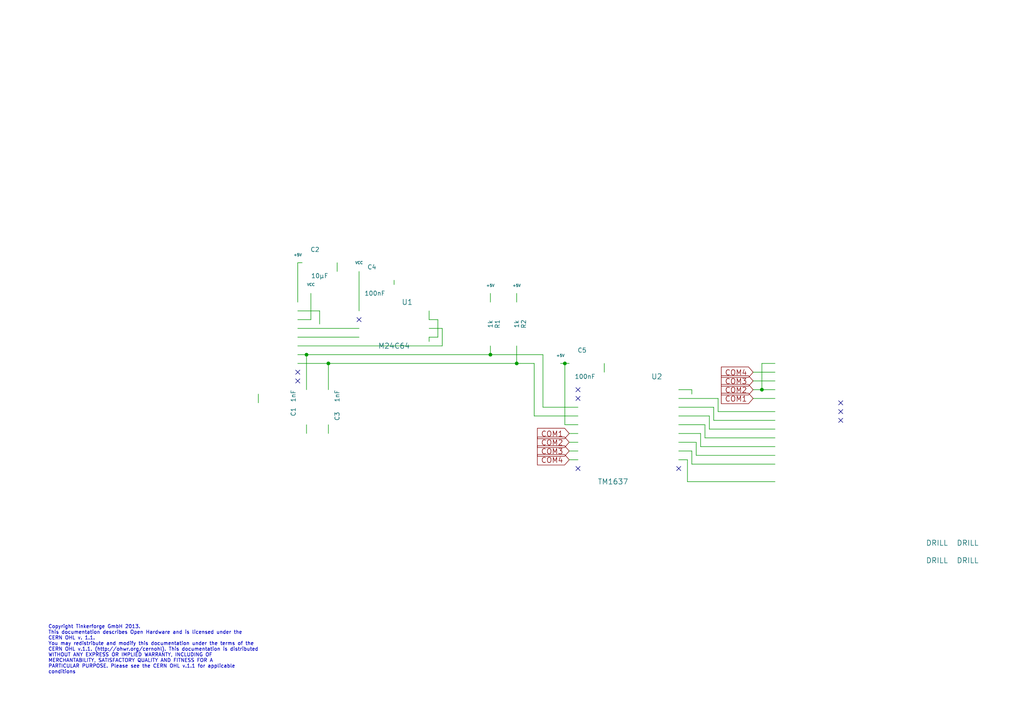
<source format=kicad_sch>
(kicad_sch (version 20230121) (generator eeschema)
  (paper "A4")
  (title_block (title "Segment Display 4x7 Bricklet") (date "20 sep 2013") (rev "1.0") (company "Tinkerforge GmbH") (comment 1 "Licensed under CERN OHL v.1.1") (comment 2 "Copyright (©) 2013, B.Nordmeyer <bastian@tinkerforge.com>"))
  (lib_symbols)
  (junction (at 88.9 102.87))
  (junction (at 163.83 105.41))
  (junction (at 95.25 105.41))
  (junction (at 220.98 113.03))
  (junction (at 142.24 102.87))
  (junction (at 149.86 105.41))
  (no_connect (at 86.36 110.49))
  (no_connect (at 196.85 135.89))
  (no_connect (at 167.64 113.03))
  (no_connect (at 243.84 119.38))
  (no_connect (at 167.64 135.89))
  (no_connect (at 86.36 107.95))
  (no_connect (at 243.84 116.84))
  (no_connect (at 104.14 92.71))
  (no_connect (at 243.84 121.92))
  (no_connect (at 167.64 115.57))
  (wire (pts (xy 224.79 134.62) (xy 200.66 134.62)))
  (wire (pts (xy 224.79 127) (xy 204.47 127)))
  (wire (pts (xy 224.79 119.38) (xy 208.28 119.38)))
  (wire (pts (xy 224.79 139.7) (xy 199.39 139.7)))
  (wire (pts (xy 88.9 102.87) (xy 86.36 102.87)))
  (wire (pts (xy 208.28 119.38) (xy 208.28 115.57)))
  (wire (pts (xy 149.86 100.33) (xy 149.86 105.41)))
  (wire (pts (xy 95.25 125.73) (xy 95.25 123.19)))
  (wire (pts (xy 224.79 129.54) (xy 203.2 129.54)))
  (wire (pts (xy 127 97.79) (xy 124.46 97.79)))
  (wire (pts (xy 201.93 128.27) (xy 196.85 128.27)))
  (wire (pts (xy 157.48 102.87) (xy 142.24 102.87)))
  (wire (pts (xy 128.27 95.25) (xy 124.46 95.25)))
  (wire (pts (xy 88.9 125.73) (xy 88.9 123.19)))
  (wire (pts (xy 124.46 97.79) (xy 124.46 99.06)))
  (wire (pts (xy 167.64 133.35) (xy 165.1 133.35)))
  (wire (pts (xy 203.2 129.54) (xy 203.2 125.73)))
  (wire (pts (xy 92.71 90.17) (xy 92.71 93.98)))
  (wire (pts (xy 218.44 107.95) (xy 224.79 107.95)))
  (wire (pts (xy 86.36 76.2) (xy 86.36 87.63)))
  (wire (pts (xy 154.94 105.41) (xy 154.94 120.65)))
  (wire (pts (xy 220.98 105.41) (xy 224.79 105.41)))
  (wire (pts (xy 142.24 102.87) (xy 142.24 100.33)))
  (wire (pts (xy 199.39 139.7) (xy 199.39 133.35)))
  (wire (pts (xy 175.26 105.41) (xy 175.26 107.95)))
  (wire (pts (xy 95.25 113.03) (xy 95.25 105.41)))
  (wire (pts (xy 157.48 118.11) (xy 157.48 102.87)))
  (wire (pts (xy 104.14 78.74) (xy 104.14 90.17)))
  (wire (pts (xy 205.74 120.65) (xy 196.85 120.65)))
  (wire (pts (xy 199.39 133.35) (xy 196.85 133.35)))
  (wire (pts (xy 88.9 113.03) (xy 88.9 102.87)))
  (wire (pts (xy 124.46 92.71) (xy 124.46 90.17)))
  (wire (pts (xy 162.56 105.41) (xy 163.83 105.41)))
  (wire (pts (xy 90.17 92.71) (xy 86.36 92.71)))
  (wire (pts (xy 205.74 124.46) (xy 205.74 120.65)))
  (wire (pts (xy 97.79 78.74) (xy 97.79 76.2)))
  (wire (pts (xy 154.94 120.65) (xy 167.64 120.65)))
  (wire (pts (xy 142.24 87.63) (xy 142.24 85.09)))
  (wire (pts (xy 165.1 130.81) (xy 167.64 130.81)))
  (wire (pts (xy 224.79 110.49) (xy 218.44 110.49)))
  (wire (pts (xy 207.01 121.92) (xy 207.01 118.11)))
  (wire (pts (xy 201.93 132.08) (xy 201.93 128.27)))
  (wire (pts (xy 204.47 127) (xy 204.47 123.19)))
  (wire (pts (xy 163.83 105.41) (xy 165.1 105.41)))
  (wire (pts (xy 218.44 113.03) (xy 220.98 113.03)))
  (wire (pts (xy 224.79 124.46) (xy 205.74 124.46)))
  (wire (pts (xy 127 97.79) (xy 127 92.71)))
  (wire (pts (xy 86.36 100.33) (xy 128.27 100.33)))
  (wire (pts (xy 167.64 123.19) (xy 163.83 123.19)))
  (wire (pts (xy 224.79 132.08) (xy 201.93 132.08)))
  (wire (pts (xy 127 92.71) (xy 124.46 92.71)))
  (wire (pts (xy 95.25 105.41) (xy 149.86 105.41)))
  (wire (pts (xy 207.01 118.11) (xy 196.85 118.11)))
  (wire (pts (xy 165.1 125.73) (xy 167.64 125.73)))
  (wire (pts (xy 200.66 134.62) (xy 200.66 130.81)))
  (wire (pts (xy 196.85 113.03) (xy 200.66 113.03)))
  (wire (pts (xy 86.36 90.17) (xy 92.71 90.17)))
  (wire (pts (xy 200.66 130.81) (xy 196.85 130.81)))
  (wire (pts (xy 224.79 115.57) (xy 218.44 115.57)))
  (wire (pts (xy 74.93 116.84) (xy 74.93 114.3)))
  (wire (pts (xy 220.98 113.03) (xy 224.79 113.03)))
  (wire (pts (xy 204.47 123.19) (xy 196.85 123.19)))
  (wire (pts (xy 149.86 105.41) (xy 154.94 105.41)))
  (wire (pts (xy 142.24 102.87) (xy 88.9 102.87)))
  (wire (pts (xy 149.86 87.63) (xy 149.86 85.09)))
  (wire (pts (xy 167.64 128.27) (xy 165.1 128.27)))
  (wire (pts (xy 200.66 113.03) (xy 200.66 114.3)))
  (wire (pts (xy 128.27 100.33) (xy 128.27 95.25)))
  (wire (pts (xy 224.79 121.92) (xy 207.01 121.92)))
  (wire (pts (xy 90.17 85.09) (xy 90.17 92.71)))
  (wire (pts (xy 104.14 97.79) (xy 86.36 97.79)))
  (wire (pts (xy 87.63 76.2) (xy 86.36 76.2)))
  (wire (pts (xy 86.36 105.41) (xy 95.25 105.41)))
  (wire (pts (xy 208.28 115.57) (xy 196.85 115.57)))
  (wire (pts (xy 167.64 118.11) (xy 157.48 118.11)))
  (wire (pts (xy 220.98 113.03) (xy 220.98 105.41)))
  (wire (pts (xy 163.83 123.19) (xy 163.83 105.41)))
  (wire (pts (xy 114.3 81.28) (xy 114.3 82.55)))
  (wire (pts (xy 104.14 95.25) (xy 86.36 95.25)))
  (wire (pts (xy 203.2 125.73) (xy 196.85 125.73)))
  (text "Copyright Tinkerforge GmbH 2013.\nThis documentation describes Open Hardware and is licensed under the\nCERN OHL v. 1.1.\nYou may redistribute and modify this documentation under the terms of the\nCERN OHL v.1.1. (http://ohwr.org/cernohl). This documentation is distributed\nWITHOUT ANY EXPRESS OR IMPLIED WARRANTY, INCLUDING OF\nMERCHANTABILITY, SATISFACTORY QUALITY AND FITNESS FOR A\nPARTICULAR PURPOSE. Please see the CERN OHL v.1.1 for applicable\nconditions\n" (at 13.97 195.58 0) (effects (font (size 1.016 1.016)) (justify left bottom)))
  (global_label "COM3" (shape input) (at 218.44 110.49 180) (effects (font (size 1.524 1.524))) (property "Intersheetrefs" "${INTERSHEET_REFS}" (effects hide)))
  (global_label "COM4" (shape input) (at 218.44 107.95 180) (effects (font (size 1.524 1.524))) (property "Intersheetrefs" "${INTERSHEET_REFS}" (effects hide)))
  (global_label "COM3" (shape input) (at 165.1 130.81 180) (effects (font (size 1.524 1.524))) (property "Intersheetrefs" "${INTERSHEET_REFS}" (effects hide)))
  (global_label "COM2" (shape input) (at 165.1 128.27 180) (effects (font (size 1.524 1.524))) (property "Intersheetrefs" "${INTERSHEET_REFS}" (effects hide)))
  (global_label "COM1" (shape input) (at 165.1 125.73 180) (effects (font (size 1.524 1.524))) (property "Intersheetrefs" "${INTERSHEET_REFS}" (effects hide)))
  (global_label "COM4" (shape input) (at 165.1 133.35 180) (effects (font (size 1.524 1.524))) (property "Intersheetrefs" "${INTERSHEET_REFS}" (effects hide)))
  (global_label "COM1" (shape input) (at 218.44 115.57 180) (effects (font (size 1.524 1.524))) (property "Intersheetrefs" "${INTERSHEET_REFS}" (effects hide)))
  (global_label "COM2" (shape input) (at 218.44 113.03 180) (effects (font (size 1.524 1.524))) (property "Intersheetrefs" "${INTERSHEET_REFS}" (effects hide)))
  (symbol (lib_id "CON-SENSOR") (at 74.93 99.06 0) (mirror y) (unit 1)
    (property "Reference" "P1" (at 81.28 85.09 0) (effects (font (size 1.524 1.524))))
    (property "Value" "CON-SENSOR" (at 71.12 99.06 90) (effects (font (size 1.524 1.524))))
    (property "Footprint" "CON-SENSOR" (effects hide))
  )
  (symbol (lib_id "GND") (at 74.93 116.84 0) (unit 1)
    (property "Reference" "#PWR06" (effects hide))
    (property "Value" "GND" (effects hide))
  )
  (symbol (lib_id "GND") (at 92.71 93.98 0) (unit 1)
    (property "Reference" "#PWR05" (effects hide))
    (property "Value" "GND" (effects hide))
  )
  (symbol (lib_id "VCC") (at 90.17 85.09 0) (unit 1)
    (property "Reference" "#PWR04" (effects hide))
    (property "Value" "VCC" (at 90.17 82.55 0) (effects (font (size 0.762 0.762))))
  )
  (symbol (lib_id "CAT24C") (at 114.3 100.33 0) (mirror y) (unit 1)
    (property "Reference" "U1" (at 118.11 87.63 0) (effects (font (size 1.524 1.524))))
    (property "Value" "M24C64" (at 114.3 100.33 0) (effects (font (size 1.524 1.524))))
    (property "Footprint" "SOIC8" (effects hide))
  )
  (symbol (lib_id "C") (at 109.22 81.28 90) (unit 1)
    (property "Reference" "C4" (at 109.22 77.47 90) (effects (justify left)))
    (property "Value" "100nF" (at 111.76 85.09 90) (effects (justify left)))
    (property "Footprint" "C0603" (effects hide))
  )
  (symbol (lib_id "DRILL") (at 280.67 157.48 0) (unit 1)
    (property "Reference" "U6" (effects hide))
    (property "Value" "DRILL" (at 280.67 157.48 0) (effects (font (size 1.524 1.524))))
    (property "Footprint" "DRILL_NP" (effects hide))
  )
  (symbol (lib_id "DRILL") (at 280.67 162.56 0) (unit 1)
    (property "Reference" "U7" (effects hide))
    (property "Value" "DRILL" (at 280.67 162.56 0) (effects (font (size 1.524 1.524))))
    (property "Footprint" "DRILL_NP" (effects hide))
  )
  (symbol (lib_id "DRILL") (at 271.78 162.56 0) (unit 1)
    (property "Reference" "U5" (effects hide))
    (property "Value" "DRILL" (at 271.78 162.56 0) (effects (font (size 1.524 1.524))))
    (property "Footprint" "DRILL_NP" (effects hide))
  )
  (symbol (lib_id "DRILL") (at 271.78 157.48 0) (unit 1)
    (property "Reference" "U4" (effects hide))
    (property "Value" "DRILL" (at 271.78 157.48 0) (effects (font (size 1.524 1.524))))
    (property "Footprint" "DRILL_NP" (effects hide))
  )
  (symbol (lib_id "GND") (at 124.46 99.06 0) (unit 1)
    (property "Reference" "#PWR03" (effects hide))
    (property "Value" "GND" (effects hide))
  )
  (symbol (lib_id "VCC") (at 104.14 78.74 0) (unit 1)
    (property "Reference" "#PWR02" (effects hide))
    (property "Value" "VCC" (at 104.14 76.2 0) (effects (font (size 0.762 0.762))))
  )
  (symbol (lib_id "GND") (at 114.3 82.55 0) (unit 1)
    (property "Reference" "#PWR01" (effects hide))
    (property "Value" "GND" (effects hide))
  )
  (symbol (lib_id "+5V") (at 86.36 76.2 0) (unit 1)
    (property "Reference" "#PWR07" (effects hide))
    (property "Value" "+5V" (at 86.36 73.914 0) (effects (font (size 0.762 0.762))))
  )
  (symbol (lib_id "+5V") (at 162.56 105.41 0) (unit 1)
    (property "Reference" "#PWR09" (effects hide))
    (property "Value" "+5V" (at 162.56 103.124 0) (effects (font (size 0.762 0.762))))
  )
  (symbol (lib_id "C") (at 170.18 105.41 90) (unit 1)
    (property "Reference" "C5" (at 170.18 101.6 90) (effects (justify left)))
    (property "Value" "100nF" (at 172.72 109.22 90) (effects (justify left)))
    (property "Footprint" "R0603" (effects hide))
  )
  (symbol (lib_id "GND") (at 175.26 107.95 0) (unit 1)
    (property "Reference" "#PWR010" (effects hide))
    (property "Value" "GND" (effects hide))
  )
  (symbol (lib_id "C") (at 92.71 76.2 90) (unit 1)
    (property "Reference" "C2" (at 92.71 72.39 90) (effects (justify left)))
    (property "Value" "10µF" (at 95.25 80.01 90) (effects (justify left)))
    (property "Footprint" "C0805" (effects hide))
  )
  (symbol (lib_id "GND") (at 97.79 78.74 0) (unit 1)
    (property "Reference" "#PWR011" (effects hide))
    (property "Value" "GND" (effects hide))
  )
  (symbol (lib_id "C") (at 88.9 118.11 180) (unit 1)
    (property "Reference" "C1" (at 85.09 118.11 90) (effects (justify left)))
    (property "Value" "1nF" (at 85.09 113.03 90) (effects (justify left)))
    (property "Footprint" "C0603" (effects hide))
  )
  (symbol (lib_id "GND") (at 88.9 125.73 0) (unit 1)
    (property "Reference" "#PWR012" (effects hide))
    (property "Value" "GND" (effects hide))
  )
  (symbol (lib_id "GND") (at 95.25 125.73 0) (unit 1)
    (property "Reference" "#PWR013" (effects hide))
    (property "Value" "GND" (effects hide))
  )
  (symbol (lib_id "C") (at 95.25 118.11 180) (unit 1)
    (property "Reference" "C3" (at 97.79 119.38 90) (effects (justify left)))
    (property "Value" "1nF" (at 97.79 113.03 90) (effects (justify left)))
    (property "Footprint" "C0603" (effects hide))
  )
  (symbol (lib_id "R") (at 142.24 93.98 0) (unit 1)
    (property "Reference" "R1" (at 144.272 93.98 90))
    (property "Value" "1k" (at 142.24 93.98 90))
    (property "Footprint" "R0603" (effects hide))
  )
  (symbol (lib_id "R") (at 149.86 93.98 0) (unit 1)
    (property "Reference" "R2" (at 151.892 93.98 90))
    (property "Value" "1k" (at 149.86 93.98 90))
    (property "Footprint" "R0603" (effects hide))
  )
  (symbol (lib_id "SEGMENT_4X7") (at 233.68 102.87 0) (unit 1)
    (property "Reference" "U3" (at 229.87 101.6 0) (effects (font (size 1.524 1.524))))
    (property "Value" "SEGMENT_4X7" (at 233.68 143.51 0) (effects (font (size 1.524 1.524))))
    (property "Footprint" "SEGMENT_4X7" (effects hide))
  )
  (symbol (lib_id "TM1637") (at 181.61 120.65 0) (mirror y) (unit 1)
    (property "Reference" "U2" (at 190.5 109.22 0) (effects (font (size 1.524 1.524))))
    (property "Value" "TM1637" (at 177.8 139.7 0) (effects (font (size 1.524 1.524))))
    (property "Footprint" "SOP20" (effects hide))
  )
  (symbol (lib_id "+5V") (at 149.86 85.09 0) (unit 1)
    (property "Reference" "#PWR014" (effects hide))
    (property "Value" "+5V" (at 149.86 82.804 0) (effects (font (size 0.762 0.762))))
  )
  (symbol (lib_id "+5V") (at 142.24 85.09 0) (unit 1)
    (property "Reference" "#PWR015" (effects hide))
    (property "Value" "+5V" (at 142.24 82.804 0) (effects (font (size 0.762 0.762))))
  )
  (symbol (lib_id "GND") (at 200.66 114.3 0) (unit 1)
    (property "Reference" "#PWR08" (effects hide))
    (property "Value" "GND" (effects hide))
  )
)
</source>
